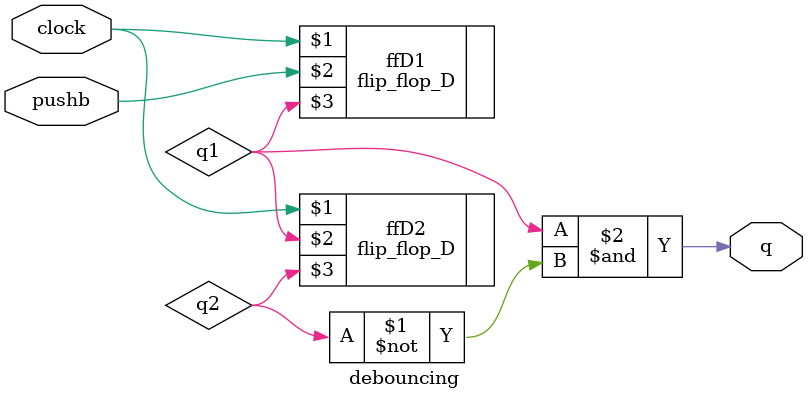
<source format=sv>
module debouncing(input logic clock, pushb, output logic q);

	logic q1, q2;
	
	flip_flop_D #(1) ffD1(clock, pushb, q1);
	flip_flop_D #(1) ffD2(clock, q1, q2);
	
	assign q = q1 & ~q2;	
	
endmodule 

</source>
